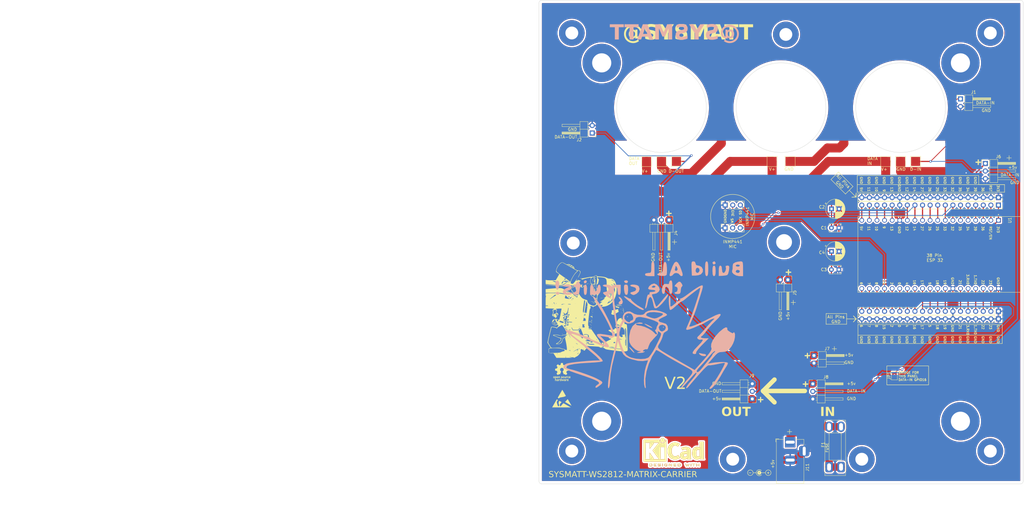
<source format=kicad_pcb>
(kicad_pcb (version 20221018) (generator pcbnew)
  (layers (0 "F.Cu" signal) (31 "B.Cu" signal) (34 "B.Paste" user) (35 "F.Paste" user) (36 "B.SilkS" user "B.Silkscreen") (37 "F.SilkS" user "F.Silkscreen") (38 "B.Mask" user) (39 "F.Mask" user) (44 "Edge.Cuts" user))
  (net 0 "")
  (net 1 "GND")
  (net 2 "/D-OUT")
  (net 3 "/D-IN")
  (net 4 "/V+")
  (net 5 "/3V3")
  (net 6 "Net-(J3-Pin_2)")
  (net 7 "Net-(J3-Pin_3)")
  (net 8 "Net-(J3-Pin_4)")
  (net 9 "Net-(J3-Pin_5)")
  (net 10 "Net-(J3-Pin_6)")
  (net 11 "Net-(J3-Pin_8)")
  (net 12 "Net-(J3-Pin_9)")
  (net 13 "Net-(J3-Pin_10)")
  (net 14 "Net-(J3-Pin_11)")
  (net 15 "/INMP441-SCK")
  (net 16 "Net-(J3-Pin_13)")
  (net 17 "Net-(J3-Pin_15)")
  (net 18 "Net-(J3-Pin_16)")
  (net 19 "Net-(J3-Pin_17)")
  (net 20 "Net-(J3-Pin_18)")
  (net 21 "Net-(J12-Pin_2)")
  (net 22 "Net-(J12-Pin_3)")
  (net 23 "Net-(J12-Pin_4)")
  (net 24 "Net-(J12-Pin_5)")
  (net 25 "Net-(J12-Pin_6)")
  (net 26 "Net-(J12-Pin_8)")
  (net 27 "Net-(J12-Pin_9)")
  (net 28 "Net-(J12-Pin_10)")
  (net 29 "Net-(J12-Pin_11)")
  (net 30 "/IO16")
  (net 31 "Net-(J12-Pin_13)")
  (net 32 "Net-(J12-Pin_14)")
  (net 33 "Net-(J12-Pin_15)")
  (net 34 "/INMP441-WS")
  (net 35 "Net-(J12-Pin_17)")
  (net 36 "Net-(J12-Pin_18)")
  (net 37 "Net-(J12-Pin_19)")
  (net 38 "/INMP441-SD")
  (net 39 "/V+PREFUSE")
  (footprint "Connector_PinSocket_2.54mm:PinSocket_1x19_P2.54mm_Vertical" (layer "F.Cu") (at 172.72 85.09 -90)
    (fp_text reference "J13" hide)
    (fp_text value "Conn_01x19_Pin")
  )
  (footprint "Capacitor_THT:C_Disc_D3.8mm_W2.6mm_P2.50mm" (layer "F.Cu") (at 116.84 95.25)
    (fp_text reference "C1")
    (fp_text value "C")
  )
  (footprint "MountingHole:MountingHole_6.4mm_M6_Pad" (layer "F.Cu") (at 160 40)
    (fp_text reference "REF**" hide)
    (fp_text value "MountingHole_6.4mm_M6_Pad")
  )
  (footprint "MountingHole:MountingHole_4.3mm_M4_Pad" (layer "F.Cu") (at 101.6 30.48)
    (fp_text reference "REF**" hide)
    (fp_text value "MountingHole_4.3mm_M4_Pad")
  )
  (footprint "Symbol:Symbol_Barrel_Polarity" (layer "F.Cu") (at 92.71 177.165)
    (fp_text reference "REF**" hide)
    (fp_text value "Symbol_Barrel_Polarity")
  )
  (footprint "TestPoint:TestPoint_Pad_3.0x3.0mm" (layer "F.Cu") (at 55 73)
    (fp_text reference "TP1" hide)
    (fp_text value "V+")
  )
  (footprint "Symbol:OSHW-Logo_5.7x6mm_SilkScreen" (layer "F.Cu") (at 26.67 143.51)
    (fp_text reference "REF**" hide)
    (fp_text value "OSHW-Logo_5.7x6mm_SilkScreen" hide)
  )
  (footprint "Connector_PinHeader_2.54mm:PinHeader_1x02_P2.54mm_Horizontal" (layer "F.Cu") (at 160.02 52.07)
    (fp_text reference "J1")
    (fp_text value "D-IN (NO POWER)")
  )
  (footprint "lib:MODULE_ESP32-DEVKITC-32D-CORRECTED-WIDTH-NARROW" (layer "F.Cu") (at 152.96 105.41 -90)
    (fp_text reference "U1")
    (fp_text value "ESP32-DEVKITC-32D")
  )
  (footprint "Connector_PinSocket_2.54mm:PinSocket_1x03_P2.54mm_Vertical" (layer "F.Cu") (at 81.265 95.275 90)
    (fp_text reference "J16" hide)
    (fp_text value "INMP441-LR-WS-SCK" hide)
  )
  (footprint "TestPoint:TestPoint_Pad_3.0x3.0mm" (layer "F.Cu") (at 135 73)
    (fp_text reference "TP6" hide)
    (fp_text value "V+")
  )
  (footprint "Capacitor_THT:CP_Radial_D6.3mm_P2.50mm" (layer "F.Cu") (at 116.88 103.124)
    (fp_text reference "C4")
    (fp_text value "C_Polarized" hide)
  )
  (footprint "Connector_BarrelJack:BarrelJack_Horizontal" (layer "F.Cu") (at 103.0425 167 90)
    (fp_text reference "J11")
    (fp_text value "V-IN")
  )
  (footprint "Connector_PinSocket_2.54mm:PinSocket_1x03_P2.54mm_Vertical" (layer "F.Cu") (at 81.295 87.605 90)
    (fp_text reference "J15" hide)
    (fp_text value "INMP441-GND-VDD-SD" hide)
  )
  (footprint "Connector_PinHeader_2.54mm:PinHeader_1x02_P2.54mm_Horizontal" (layer "F.Cu") (at 111 138)
    (fp_text reference "J7")
    (fp_text value "POWER")
  )
  (footprint "Connector_PinHeader_2.54mm:PinHeader_1x03_P2.54mm_Horizontal" (layer "F.Cu") (at 168.345 73.675)
    (fp_text reference "J6")
    (fp_text value "D-IN")
  )
  (footprint "TestPoint:TestPoint_Pad_3.0x3.0mm" (layer "F.Cu") (at 103 73)
    (fp_text reference "TP5" hide)
    (fp_text value "GND")
  )
  (footprint "Jumper:SolderJumper-2_P1.3mm_Open_TrianglePad1.0x1.5mm" (layer "F.Cu") (at 137.922 144.742999 90)
    (fp_text reference "JP1")
    (fp_text value "Jumper_2_Open")
  )
  (footprint "Connector_PinSocket_2.54mm:PinSocket_1x19_P2.54mm_Vertical" (layer "F.Cu") (at 172.719999 125.73 -90)
    (fp_text reference "J14" hide)
    (fp_text value "Conn_01x19_Pin" hide)
  )
  (footprint "Connector_PinHeader_2.54mm:PinHeader_1x03_P2.54mm_Horizontal" (layer "F.Cu") (at 90.375 152.525 180)
    (fp_text reference "J9")
    (fp_text value "D-OUT")
  )
  (footprint "Connector_PinHeader_2.54mm:PinHeader_1x03_P2.54mm_Horizontal" (layer "F.Cu") (at 62.525 92.625 -90)
    (fp_text reference "J4")
    (fp_text value "D-OUT")
  )
  (footprint "Capacitor_THT:CP_Radial_D6.3mm_P2.50mm" (layer "F.Cu") (at 116.88 88.9)
    (fp_text reference "C2")
    (fp_text value "C_Polarized" hide)
  )
  (footprint "MountingHole:MountingHole_6.4mm_M6_Pad" (layer "F.Cu") (at 40 40)
    (fp_text reference "REF**" hide)
    (fp_text value "MountingHole_6.4mm_M6_Pad")
  )
  (footprint "MountingHole:MountingHole_4.3mm_M4_Pad" (layer "F.Cu") (at 170 170)
    (fp_text reference "REF**" hide)
    (fp_text value "MountingHole_4.3mm_M4_Pad")
  )
  (footprint "SSYMATT-LIB7:Ebay-Fuse-holder-04mmX15mm-black-auto-fuse-dingus" (layer "F.Cu") (at 116.06 175.335 90)
    (fp_text reference "F1")
    (fp_text value "Fuse")
  )
  (footprint "MountingHole:MountingHole_4.3mm_M4_Pad" (layer "F.Cu") (at 83.82 172.72)
    (fp_text reference "REF**" hide)
    (fp_text value "MountingHole_4.3mm_M4_Pad")
  )
  (footprint "Connector_PinHeader_2.54mm:PinHeader_1x02_P2.54mm_Horizontal" (layer "F.Cu") (at 102.275 112.625 -90)
    (fp_text reference "J5")
    (fp_text value "POWER")
  )
  (footprint "Connector_PinHeader_2.54mm:PinHeader_1x02_P2.54mm_Horizontal" (layer "F.Cu") (at 36.83 63.5 180)
    (fp_text reference "J2")
    (fp_text value "D-OUT (NO POWER)")
  )
  (footprint "MountingHole:MountingHole_4.3mm_M4_Pad" (layer "F.Cu") (at 127 172.72)
    (fp_text reference "REF**" hide)
    (fp_text value "MountingHole_4.3mm_M4_Pad")
  )
  (footprint "MountingHole:MountingHole_4.3mm_M4_Pad" (layer "F.Cu") (at 170 30)
    (fp_text reference "REF**" hide)
    (fp_text value "MountingHole_4.3mm_M4_Pad")
  )
  (footprint "MountingHole:MountingHole_5.3mm_M5_Pad" (layer "F.Cu") (at 101 100)
    (fp_text reference "REF**" hide)
    (fp_text value "MountingHole_5.3mm_M5_Pad")
  )
  (footprint "TestPoint:TestPoint_Pad_3.0x3.0mm" (layer "F.Cu") (at 65 73)
    (fp_text reference "TP2" hide)
    (fp_text value "D-OUT")
  )
  (footprint "Symbol:KiCad-Logo2_8mm_Copper" (layer "F.Cu") (at 64.135 169.545)
    (fp_text reference "REF**" hide)
    (fp_text value "KiCad-Logo2_8mm_Copper" hide)
  )
  (footprint "MountingHole:MountingHole_6.4mm_M6_Pad" (layer "F.Cu") (at 160 160)
    (fp_text reference "REF**" hide)
    (fp_text value "MountingHole_6.4mm_M6_Pad")
  )
  (footprint "Capacitor_THT:C_Disc_D3.8mm_W2.6mm_P2.50mm" (layer "F.Cu") (at 116.84 109.22)
    (fp_text reference "C3")
    (fp_text value "C")
  )
  (footprint "TestPoint:TestPoint_Pad_3.0x3.0mm" (layer "F.Cu") (at 97 73)
    (fp_text reference "TP4" hide)
    (fp_text value "V+")
  )
  (footprint "Connector_PinSocket_2.54mm:PinSocket_1x19_P2.54mm_Vertical" (layer "F.Cu") (at 172.72 123.19 -90)
    (fp_text reference "J12" hide)
    (fp_text value "Conn_01x19_Pin" hide)
  )
  (footprint "MountingHole:MountingHole_4.3mm_M4_Pad" (layer "F.Cu") (at 30 170)
    (fp_text reference "REF**" hide)
    (fp_text value "MountingHole_4.3mm_M4_Pad")
  )
  (footprint "00-SYSMATT-LIB-IMAGES:sysmatt-dumpster-fire-fsilk" (layer "F.Cu") (at 38.1 121.92 -90)
    (fp_text reference "G***" hide)
    (fp_text value "." hide)
  )
  (footprint "Symbol:ESD-Logo_6.6x6mm_SilkScreen" (layer "F.Cu") (at 26.67 152.4)
    (fp_text reference "REF**" hide)
    (fp_text value "ESD-Logo_6.6x6mm_SilkScreen" hide)
  )
  (footprint "TestPoint:TestPoint_Pad_3.0x3.0mm" (layer "F.Cu") (at 60 73)
    (fp_text reference "TP3" hide)
    (fp_text value "GND")
  )
  (footprint "TestPoint:TestPoint_Pad_3.0x3.0mm" (layer "F.Cu") (at 140 73)
    (fp_text reference "TP8" hide)
    (fp_text value "GND")
  )
  (footprint "MountingHole:MountingHole_4.3mm_M4_Pad" (layer "F.Cu") (at 30 30)
    (fp_text reference "REF**" hide)
    (fp_text value "MountingHole_4.3mm_M4_Pad")
  )
  (footprint "Connector_PinSocket_2.54mm:PinSocket_1x19_P2.54mm_Vertical" (layer "F.Cu") (at 172.72 87.63 -90)
    (fp_text reference "J3" hide)
    (fp_text value "Conn_01x19_Pin")
  )
  (footprint "MountingHole:MountingHole_4.3mm_M4_Pad" (layer "F.Cu") (at 30.48 100.33)
    (fp_text reference "REF**" hide)
    (fp_text value "MountingHole_4.3mm_M4_Pad")
  )
  (footprint "Symbol:KiCad-Logo2_8mm_SilkScreen" (layer "F.Cu") (at 64.135 169.545)
    (fp_text reference "REF**" hide)
    (fp_text value "KiCad-Logo2_8mm_SilkScreen" hide)
  )
  (footprint "TestPoint:TestPoint_Pad_3.0x3.0mm" (layer "F.Cu") (at 145 73)
    (fp_text reference "TP7" hide)
    (fp_text value "D-IN")
  )
  (footprint "Connector_PinHeader_2.54mm:PinHeader_1x03_P2.54mm_Horizontal" (layer "F.Cu") (at 110.625 147.475)
    (fp_text reference "J8")
    (fp_text value "D-IN")
  )
  (footprint "MountingHole:MountingHole_6.4mm_M6_Pad" (layer "F.Cu") (at 40 160)
    (fp_text reference "REF**" hide)
    (fp_text value "MountingHole_6.4mm_M6_Pad")
  )
  (footprint "SYSMATT-LIB:BUILD-ALL-THE-CIRCUITS-SM" (layer "B.Cu") (at 55.88 124.46 180)
    (fp_text reference "G***" hide)
    (fp_text value "LOGO" hide)
  )
  (gr_line (start 125.134841 83.550592) (end 124.955236 84.807828) (stroke (width 0.15)) (layer "F.SilkS"))
  (gr_line (start 124.206 126.746) (end 124.968 125.73) (stroke (width 0.15)) (layer "F.SilkS"))
  (gr_line (start 115.062 123.952) (end 121.92 123.952) (stroke (width 0.15)) (layer "F.SilkS"))
  (gr_rect (start 135.382 141.478) (end 149.352 147.828) (stroke (width 0.15)) (fill none) (layer "F.SilkS"))
  (gr_line (start 121.92 125.73) (end 125.222 125.73) (stroke (width 0.15)) (layer "F.SilkS"))
  (gr_line (start 173.99 133.985) (end 173.99 127.635) (stroke (width 0.15)) (layer "F.SilkS"))
  (gr_line (start 123.698 84.987433) (end 124.955236 84.807828) (stroke (width 0.15)) (layer "F.SilkS"))
  (gr_line (start 125.73 131.191) (end 173.99 131.191) (stroke (width 0.15)) (layer "F.SilkS"))
  (gr_line (start 174.752 83.312) (end 174.752 80.772) (stroke (width 0.15)) (layer "F.SilkS"))
  (gr_line (start 116.6934 79.060464) (end 119.207872 76.545992) (stroke (width 0.15)) (layer "F.SilkS"))
  (gr_line (start 125.73 127.635) (end 125.73 133.985) (stroke (width 0.15)) (layer "F.SilkS"))
  (gr_line (start 124.05721 81.395331) (end 121.542739 83.909802) (stroke (width 0.15)) (layer "F.SilkS"))
  (gr_line (start 121.92 127.508) (end 115.062 127.508) (stroke (width 0.15)) (layer "F.SilkS"))
  (gr_line (start 93.98 149.86) (end 97.79 153.67) (stroke (width 1.5)) (layer "F.SilkS"))
  (gr_line (start 125.222 125.73) (end 124.206 124.714) (stroke (width 0.15)) (layer "F.SilkS"))
  (gr_line (start 125.476 77.724) (end 125.476 83.312) (stroke (width 0.15)) (layer "F.SilkS"))
  (gr_line (start 166.116 77.724) (end 125.476 77.724) (stroke (width 0.15)) (layer "F.SilkS"))
  (gr_line (start 121.92 123.952) (end 121.92 127.508) (stroke (width 0.15)) (layer "F.SilkS"))
  (gr_line (start 174.752 80.772) (end 166.116 80.772) (stroke (width 0.15)) (layer "F.SilkS"))
  (gr_line (start 125.476 83.312) (end 174.752 83.312) (stroke (width 0.15)) (layer "F.SilkS"))
  (gr_line (start 122.799974 82.652566) (end 125.134841 84.987433) (stroke (width 0.15)) (layer "F.SilkS"))
  (gr_line (start 124.206 124.714) (end 124.968 125.73) (stroke (width 0.15)) (layer "F.SilkS"))
  (gr_line (start 125.134841 84.987433) (end 123.698 84.987433) (stroke (width 0.15)) (layer "F.SilkS"))
  (gr_line (start 125.222 125.73) (end 124.206 126.746) (stroke (width 0.15)) (layer "F.SilkS"))
  (gr_circle (center 83.82 91.44) (end 90.932 89.408) (stroke (width 0.15)) (fill none) (layer "F.SilkS"))
  (gr_line (start 119.207872 76.545992) (end 124.05721 81.395331) (stroke (width 0.15)) (layer "F.SilkS"))
  (gr_line (start 166.116 80.772) (end 166.116 77.724) (stroke (width 0.15)) (layer "F.SilkS"))
  (gr_line (start 125.73 133.985) (end 173.99 133.985) (stroke (width 0.15)) (layer "F.SilkS"))
  (gr_line (start 97.79 146.05) (end 93.98 149.86) (stroke (width 0.15)) (layer "F.SilkS"))
  (gr_line (start 115.062 127.508) (end 115.062 123.952) (stroke (width 0.15)) (layer "F.SilkS"))
  (gr_line (start 121.542739 83.909802) (end 116.6934 79.060464) (stroke (width 0.15)) (layer "F.SilkS"))
  (gr_line (start 125.476 80.772) (end 174.752 80.772) (stroke (width 0.15)) (layer "F.SilkS"))
  (gr_line (start 173.99 127.635) (end 125.73 127.635) (stroke (width 0.15)) (layer "F.SilkS"))
  (gr_line (start 107.95 149.86) (end 93.98 149.86) (stroke (width 1.5)) (layer "F.SilkS"))
  (gr_line (start 125.134841 84.987433) (end 125.134841 83.550592) (stroke (width 0.15)) (layer "F.SilkS"))
  (gr_line (start 93.98 149.86) (end 97.79 146.05) (stroke (width 1.5)) (layer "F.SilkS"))
  (gr_arc (start 19 20) (mid 19.292893 19.292893) (end 20 19) (stroke (width 0.1)) (layer "Edge.Cuts"))
  (gr_line (start 20 181) (end 180 181) (stroke (width 0.1)) (layer "Edge.Cuts"))
  (gr_arc (start 20 181) (mid 19.292893 180.707107) (end 19 180) (stroke (width 0.1)) (layer "Edge.Cuts"))
  (gr_line (start 181 180) (end 181 20) (stroke (width 0.1)) (layer "Edge.Cuts"))
  (gr_circle (center 60 55) (end 75 55) (stroke (width 0.1)) (fill none) (layer "Edge.Cuts"))
  (gr_circle (center 140 55) (end 155 55) (stroke (width 0.1)) (fill none) (layer "Edge.Cuts"))
  (gr_arc (start 180 19) (mid 180.707107 19.292893) (end 181 20) (stroke (width 0.1)) (layer "Edge.Cuts"))
  (gr_arc (start 181 180) (mid 180.707107 180.707107) (end 180 181) (stroke (width 0.1)) (layer "Edge.Cuts"))
  (gr_line (start 180 19) (end 20 19) (stroke (width 0.1)) (layer "Edge.Cuts"))
  (gr_line (start 19 20) (end 19 180) (stroke (width 0.1)) (layer "Edge.Cuts"))
  (gr_circle (center 100 55) (end 115 55) (stroke (width 0.1)) (fill none) (layer "Edge.Cuts"))
  (gr_text "@SYSMATT" (at 86.36 33.02) (layer "B.SilkS") (effects (font (size 5 5) (thickness 1) bold) (justify left bottom mirror)))
  (gr_text "3V3" (at 84.328 91.44 90) (layer "F.SilkS") (effects (font (size 0.75 0.75)) (justify left bottom)))
  (gr_text "+5v" (at 175.895 75.565) (layer "F.SilkS") (effects (font (size 1 1)) (justify left bottom)))
  (gr_text "+" (at 60.96 91.44) (layer "F.SilkS") (effects (font (size 2 2) (thickness 0.4) bold) (justify left bottom)))
  (gr_text "INMP441\nMIC" (at 90.932 91.44 90) (layer "F.SilkS") (effects (font (size 1 1)) (justify bottom)))
  (gr_text "SCK" (at 86.868 93.726 90) (layer "F.SilkS") (effects (font (size 0.75 0.75)) (justify left bottom)))
  (gr_text "All Pins\nGND" (at 118.364 127.254) (layer "F.SilkS") (effects (font (size 1 1)) (justify bottom)))
  (gr_text "SYSMATT-WS2812-MATRIX-CARRIER" (at 22.225 179.07) (layer "F.SilkS") (effects (font (size 2 2)) (justify left bottom)))
  (gr_text "BRIDGE FOR\nTHIS PANEL \nDATA-IN GPIO16" (at 139.192 146.558) (layer "F.SilkS") (effects (font (size 0.75 0.75)) (justify left bottom)))
  (gr_text "GND" (at 100.33 126.365 90) (layer "F.SilkS") (effects (font (size 1 1)) (justify left bottom)))
  (gr_text "V+    GND" (at 95.885 76.2) (layer "F.SilkS") (effects (font (size 1 1)) (justify left bottom)))
  (gr_text "DATA-OUT" (at 60.325 111.125 90) (layer "F.SilkS") (effects (font (size 1 1)) (justify left bottom)))
  (gr_text "+" (at 102.75 121.25) (layer "F.SilkS") (effects (font (size 2 2)) (justify left bottom)))
  (gr_text "GND" (at 81.788 91.44 90) (layer "F.SilkS") (effects (font (size 0.75 0.75)) (justify left bottom)))
  (gr_text "3V3\n\nRST\n\n36\n\n39\n\n34\n\n35\n\n32\n\n33\n\n25\n\n26\n\n27\n\n14\n\n12\n\nGND\n\n13\n\n9\n\n10\n\n11\n\n5V\n" (at 126.365 83.185 270) (layer "F.SilkS") (effects (font (size 0.79 0.79)) (justify right bottom)))
  (gr_text "@SYSMATT" (at 46.99 33.02) (layer "F.SilkS") (effects (font (size 5 5) (thickness 1) bold) (justify left bottom)))
  (gr_text "DATA-OUT" (at 72.39 150.495) (layer "F.SilkS") (effects (font (size 1 1)) (justify left bottom)))
  (gr_text "+" (at 91.645 153.795) (layer "F.SilkS") (effects (font (size 2 2) (thickness 0.4) bold) (justify left bottom)))
  (gr_text "GND" (at 81.788 93.726 90) (layer "F.SilkS") (effects (font (size 0.75 0.75)) (justify left bottom)))
  (gr_text "GND\n\n23\n\n22\n\n1.TX0\n\n3.RX0\n\n21\n\nGND\n\n19\n\n18\n\n5\n\n17\n\n16\n\n4\n\n0\n\n2\n\n15\n\n8\n\n7\n\n6" (at 126.365 127.635 270) (layer "F.SilkS") (effects (font (size 0.79 0.79)) (justify left bottom)))
  (gr_text "+5v" (at 62.865 106.68 90) (layer "F.SilkS") (effects (font (size 1 1)) (justify left bottom)))
  (gr_text "INMP441\nMIC" (at 83.82 102.108) (layer "F.SilkS") (effects (font (size 1 1)) (justify bottom)))
  (gr_text "+" (at 107.315 139.065) (layer "F.SilkS") (effects (font (size 2 2) (thickness 0.4) bold) (justify left bottom)))
  (gr_text "GND" (at 167.005 56.515) (layer "F.SilkS") (effects (font (size 1 1)) (justify left bottom)))
  (gr_text "+5v" (at 121.92 147.955) (layer "F.SilkS") (effects (font (size 1 1)) (justify left bottom)))
  (gr_text "+" (at 94.996 177.8) (layer "F.SilkS") (effects (font (size 1 1)) (justify left bottom)))
  (gr_text "GND\n\n23\n\n22\n\n1.TX0\n\n3.RX0\n\n21\n\nGND\n\n19\n\n18\n\n5\n\n17\n\n16\n\n4\n\n0\n\n2\n\n15\n\n8\n\n7\n\n6" (at 126.365 114.3 270) (layer "F.SilkS") (effects (font (size 0.79 0.79)) (justify right bottom)))
  (gr_text "DATA-IN" (at 121.92 150.495) (layer "F.SilkS") (effects (font (size 1 1)) (justify left bottom)))
  (gr_text "All Pins\nGND" (at 119.207872 81.215725 -45) (layer "F.SilkS") (effects (font (size 1 1)) (justify bottom)))
  (gr_text "IN" (at 113.03 158.75) (layer "F.SilkS") (effects (font (size 3 3)) (justify left bottom)))
  (gr_text "DATA-OUT" (at 24.13 65.405) (layer "F.SilkS") (effects (font (size 1 1)) (justify left bottom)))
  (gr_text "GND" (at 76.835 147.955) (layer "F.SilkS") (effects (font (size 1 1)) (justify left bottom)))
  (gr_text "DATA-IN" (at 173.355 78.105) (layer "F.SilkS") (effects (font (size 1 1)) (justify left bottom)))
  (gr_text "V+    GND D-OUT" (at 53.34 76.835) (layer "F.SilkS") (effects (font (size 1 1)) (justify left bottom)))
  (gr_text "GND" (at 121.92 153.035) (layer "F.SilkS") (effects (font (size 1 1)) (justify left bottom)))
  (gr_text "GND" (at 57.785 106.68 90) (layer "F.SilkS") (effects (font (size 1 1)) (justify left bottom)))
  (gr_text "+5v" (at 76.835 153.035) (layer "F.SilkS") (effects (font (size 1 1)) (justify left bottom)))
  (gr_text "GND" (at 28.575 62.865) (layer "F.SilkS") (effects (font (size 1 1)) (justify left bottom)))
  (gr_text "+" (at 175.26 70.485 -90) (layer "F.SilkS") (effects (font (size 2 2)) (justify left bottom)))
  (gr_text "+" (at 101.5 164.5) (layer "F.SilkS") (effects (font (size 2 2)) (justify left bottom)))
  (gr_text "V+    GND  D-IN" (at 133.35 76.2) (layer "F.SilkS") (effects (font (size 1 1)) (justify left bottom)))
  (gr_text "+" (at 100.965 111.125) (layer "F.SilkS") (effects (font (size 2 2) (thickness 0.4) bold) (justify left bottom)))
  (gr_text "V2" (at 60.96 149.86) (layer "F.SilkS") (effects (font (size 4 4)) (justify left bottom)))
  (gr_text "GND\n\nGND\n\nGND\n\nGND\n\nGND\n\nGND\n\nGND\n\nGND\n\nGND\n\nGND\n\nGND\n\nGND\n\nGND\n\nGND\n\nGND\n\nGND\n\nGND\n\nGND\n\nGND" (at 126.365 133.985 270) (layer "F.SilkS") (effects (font (size 0.79 0.79)) (justify right bottom)))
  (gr_text "+" (at 116.5 136.75) (layer "F.SilkS") (effects (font (size 2 2)) (justify left bottom)))
  (gr_text "+" (at 63 101) (layer "F.SilkS") (effects (font (size 2 2)) (justify left bottom)))
  (gr_text "GND\n\nGND\n\nGND\n\nGND\n\nGND\n\nGND\n\nGND\n\nGND\n\nGND\n\nGND\n\nGND\n\nGND\n\nGND\n\nGND\n\nGND\n\nGND" (at 126.365 80.645 270) (layer "F.SilkS") (effects (font (size 0.79 0.79)) (justify right bottom)))
  (gr_text "SD" (at 86.868 90.932 90) (layer "F.SilkS") (effects (font (size 0.75 0.75)) (justify left bottom)))
  (gr_text "WS" (at 84.074 93.726 90) (layer "F.SilkS") (effects (font (size 0.75 0.75)) (justify left bottom)))
  (gr_text "+5v" (at 121.1 138.38) (layer "F.SilkS") (effects (font (size 1 1)) (justify left bottom)))
  (gr_text "DATA\nOUT" (at 49 74.25) (layer "F.SilkS") (effects (font (size 1 1)) (justify left bottom)))
  (gr_text "DATA\nIN" (at 128.75 74.25) (layer "F.SilkS") (effects (font (size 1 1)) (justify left bottom)))
  (gr_text "GND" (at 121.1 140.92) (layer "F.SilkS") (effects (font (size 1 1)) (justify left bottom)))
  (gr_text "-" (at 88.9 177.8) (layer "F.SilkS") (effects (font (size 1 1)) (justify left bottom)))
  (gr_text "DATA-IN" (at 165.1 53.975) (layer "F.SilkS") (effects (font (size 1 1)) (justify left bottom)))
  (gr_text "3V3\n\nRST/EN\n\n36\n\n39\n\n34\n\n35\n\n32\n\n33\n\n25\n\n26\n\n27\n\n14\n\n12\n\nGND\n\n13\n\n9\n\n10\n\n11\n\n5V\n" (at 126.365 94.615 270) (layer "F.SilkS") (effects (font (size 0.79 0.79)) (justify left bottom)))
  (gr_text "GND" (at 176.53 80.645) (layer "F.SilkS") (effects (font (size 1 1)) (justify left bottom)))
  (gr_text "+" (at 106.68 148.59) (layer "F.SilkS") (effects (font (size 2 2) (thickness 0.4) bold) (justify left bottom)))
  (gr_text "+5v" (at 97.79 175.895 90) (layer "F.SilkS") (effects (font (size 1 1)) (justify left bottom)))
  (gr_text "+5v" (at 102.87 126.365 90) (layer "F.SilkS") (effects (font (size 1 1)) (justify left bottom)))
  (gr_text "38 Pin \nESP 32 " (at 148.59 106.68) (layer "F.SilkS") (effects (font (size 1 1)) (justify left bottom)))
  (gr_text "+" (at 164.465 74.295) (layer "F.SilkS") (effects (font (size 2 2) (thickness 0.4) bold) (justify left bottom)))
  (gr_text "OUT" (at 80.01 158.75) (layer "F.SilkS") (effects (font (size 3 3)) (justify left bottom)))
  (segment (start 172.72 123.19) (end 172.719999 125.73) (width 0.4) (layer "F.Cu") (net 1))
  (segment (start 90.375 147.445) (end 88.555 147.445) (width 2.5) (layer "F.Cu") (net 1))
  (segment (start 85 37) (end 118 37) (width 3) (layer "F.Cu") (net 1))
  (segment (start 119.50531 68.49469) (end 115.50531 68.49469) (width 3) (layer "F.Cu") (net 1))
  (segment (start 139 22) (end 121 40) (width 3) (layer "F.Cu") (net 1))
  (segment (start 121 67) (end 119.50531 68.49469) (width 3) (layer "F.Cu") (net 1))
  (segment (start 90.375 147.445) (end 68.445 147.445) (width 2.5) (layer "F.Cu") (net 1))
  (segment (start 103.705227 106.95) (end 103.878785 106.95) (width 2.5) (layer "F.Cu") (net 1))
  (segment (start 127 85.09) (end 120.65 85.09) (width 0.4) (layer "F.Cu") (net 1))
  (segment (start 84 152) (end 84 162) (width 2.5) (layer "F.Cu") (net 1))
  (segment (start 23 23) (end 23 44) (width 2.5) (layer "F.Cu") (net 1))
  (segment (start 170.768125 22) (end 139 22) (width 3) (layer "F.Cu") (net 1))
  (segment (start 168.345 78.755) (end 171.435 78.755) (width 0.25) (layer "F.Cu") (net 1))
  (segment (start 169.07 66.2) (end 167.8 66.2) (width 0.25) (layer "F.Cu") (net 1))
  (segment (start 36.83 60.96) (end 42 60.96) (width 0.25) (layer "F.Cu") (net 1))
  (segment (start 121 40) (end 121 67) (width 3) (layer "F.Cu") (net 1))
  (segment (start 68.445 147.445) (end 57.445 136.445) (width 2.5) (layer "F.Cu") (net 1))
  (segment (start 60 73) (end 60 74.8) (width 3) (layer "F.Cu") (net 1))
  (segment (start 160.18 75.09) (end 158.91 75.09) (width 0.25) (layer "F.Cu") (net 1))
  (segment (start 157.48 123.19) (end 157.479999 125.73) (width 0.4) (layer "F.Cu") (net 1))
  (segment (start 27 50) (end 42 50) (width 2.5) (layer "F.Cu") (net 1))
  (segment (start 172.72 85.09) (end 127 85.09) (width 0.4) (layer "F.Cu") (net 1))
  (segment (start 119.34 103.084) (end 119.38 103.124) (width 0.4) (layer "F.Cu") (net 1))
  (segment (start 177.8 87.63) (end 177.8 123.19) (width 0.4) (layer "F.Cu") (net 1))
  (segment (start 118 37) (end 121 40) (width 3) (layer "F.Cu") (net 1))
  (segment (start 99.335 111.320227) (end 99.335 112.625) (width 2.5) (layer "F.Cu") (net 1))
  (segment (start 139.7 85.09) (end 139.7 87.63) (width 0.25) (layer "F.Cu") (net 1))
  (segment (start 115.50531 68.49469) (end 111 73) (width 3) (layer "F.Cu") (net 1))
  (segment (start 57.445 136.445) (end 57.445 92.625) (width 2.5) (layer "F.Cu") (net 1))
  (segment (start 80 67) (end 80 42) (width 3) (layer "F.Cu") (net 1))
  (segment (start 62.2 77) (end 70 77) (width 3) (layer "F.Cu") (net 1))
  (segment (start 172.72 77.47) (end 172.72 69.85) (width 0.25) (layer "F.Cu") (net 1))
  (segment (start 140 76.4) (end 157.6 76.4) (width 3) (layer "F.Cu") (net 1))
  (segment (start 177.8 123.19) (end 175.26 125.73) (width 0.4) (layer "F.Cu") (net 1))
  (segment (start 32 23) (end 23 23) (width 2.5) (layer "F.Cu") (net 1))
  (segment (start 119.38 88.9) (end 119.38 95.21) (width 0.4) (layer "F.Cu") (net 1))
  (segment (start 23 44) (end 22 45) (width 2.5) (layer "F.Cu") (net 1))
  (segment (start 57 35) (end 55 33) (width 2.5) (layer "F.Cu") (net 1))
  (segment (start 49 33) (end 40 24) (width 2.5) (layer "F.Cu") (net 1))
  (segment (start 158.91 75.09) (end 165.26 68.74) (width 3) (layer "F.Cu") (net 1))
  (segment (start 95 173) (end 103.0425 173) (width 2.5) (layer "F.Cu") (net 1))
  (segment (start 161.925 76.835) (end 160.18 75.09) (width 0.25) (layer "F.Cu") (net 1))
  (segment (start 84 162) (end 95 173) (width 2.5) (layer "F.Cu") (net 1))
  (segment (start 111 73) (end 103 73) (width 3) (layer "F.Cu") (net 1))
  (segment (start 119.34 95.25) (end 119.34 103.084) (width 0.4) (layer "F.Cu") (net 1))
  (segment (start 118.81 121.881215) (end 118.81 141.19) (width 2.5) (layer "F.Cu") (net 1))
  (segment (start 42 77.18) (end 42 60.96) (width 2.5) (layer "F.Cu") (net 1))
  (segment (start 167.8 66.2) (end 176.2 57.8) (width 3) (layer "F.Cu") (net 1))
  (segment (start 140 73) (end 140 76.4) (width 3) (layer "F.Cu") (net 1))
  (segment (start 83 35) (end 85 37) (width 2.5) (layer "F.Cu") (net 1))
  (segment (start 42 60.96) (end 42 50) (width 2.5) (layer "F.Cu") (net 1))
  (segment (start 119.38 103.124) (end 119.38 109.18) (width 0.4) (layer "F.Cu") (net 1))
  (segment (start 22 45) (end 27 50) (width 2.5) (layer "F.Cu") (net 1))
  (segment (start 118.81 150.19) (end 116 153) (width 3) (layer "F.Cu") (net 1))
  (segment (start 160.02 64.135) (end 164.625 68.74) (width 0.25) (layer "F.Cu") (net 1))
  (segment (start 172.72 69.85) (end 169.07 66.2) (width 0.25) (layer "F.Cu") (net 1))
  (segment (start 57 35) (end 83 35) (width 2.5) (layer "F.Cu") (net 1))
  (segment (start 70 77) (end 80 67) (width 3) (layer "F.Cu") (net 1))
  (segment (start 55 33) (end 49 33) (width 2.5) (layer "F.Cu") (net 1))
  (segment (start 40 24) (end 33 24) (width 2.5) (layer "F.Cu") (net 1))
  (segment (start 172.72 85.09) (end 175.26 85.09) (width 0.4) (layer "F.Cu") (net 1))
  (segment (start 175.26 125.73) (end 172.719999 125.73) (width 0.4) (layer "F.Cu") (net 1))
  (segment (start 172.719999 125.73) (end 126.999999 125.73) (width 0.4) (layer "F.Cu") (net 1))
  (segment (start 88.555 147.445) (end 84 152) (width 2.5) (layer "F.Cu") (net 1))
  (segment (start 157.48 115.57) (end 157.48 123.19) (width 0.4) (layer "F.Cu") (net 1))
  (segment (start 115.765 152.765) (end 110.625 152.765) (width 3) (layer "F.Cu") (net 1))
  (segment (start 80 42) (end 85 37) (width 3) (layer "F.Cu") (net 1))
  (segment (start 160.02 54.61) (end 160.02 64.135) (width 0.25) (layer "F.Cu") (net 1))
  (segment (start 176.2 27.431875) (end 170.768125 22) (width 3) (layer "F.Cu") (net 1))
  (segment (start 104.7425 173) (end 107.7425 170) (width 2.5) (layer "F.Cu") (net 1))
  (segment (start 119.38 86.36) (end 119.38 88.9) (width 0.4) (layer "F.Cu") (net 1))
  (segment (start 157.6 76.4) (end 158.91 75.09) (width 3) (layer "F.Cu") (net 1))
  (segment (start 103.705227 106.95) (end 99.335 111.320227) (width 2.5) (layer "F.Cu") (net 1))
  (segment (start 165.26 68.74) (end 167.8 66.2) (width 3) (layer "F.Cu") (net 1))
  (segment (start 175.26 85.09) (end 177.8 87.63) (width 0.4) (layer "F.Cu") (net 1))
  (segment (start 118.81 141.19) (end 118.81 150.19) (width 3) (layer "F.Cu") (net 1))
  (segment (start 120.65 85.09) (end 119.38 86.36) (width 0.4) (layer "F.Cu") (net 1))
  (segment (start 103.878785 106.95) (end 118.81 121.881215) (width 2.5) (layer "F.Cu") (net 1))
  (segment (start 57.445 92.625) (end 42 77.18) (width 2.5) (layer "F.Cu") (net 1))
  (segment (start 119.38 109.18) (end 119.34 109.22) (width 0.4) (layer "F.Cu") (net 1))
  (segment (start 176.2 57.8) (end 176.2 27.431875) (width 3) (layer "F.Cu") (net 1))
  (segment (start 103.0425 173) (end 104.7425 173) (width 2.5) (layer "F.Cu") (net 1))
  (segment (start 139.7 87.63) (end 139.7 92.71) (width 0.4) (layer "F.Cu") (net 1))
  (segment (start 33 24) (end 32 23) (width 2.5) (layer "F.Cu") (net 1))
  (segment (start 60 74.8) (end 62.2 77) (width 3) (layer "F.Cu") (net 1))
  (segment (start 116 153) (end 115.765 152.765) (width 3) (layer "F.Cu") (net 1))
  (segment (start 172.72 115.57) (end 172.72 123.19) (width 0.4) (layer "F.Cu") (net 1))
  (segment (start 171.435 78.755) (end 172.72 77.47) (width 0.25) (layer "F.Cu") (net 1))
  (segment (start 118.81 141.19) (end 111 141.19) (width 3) (layer "F.Cu") (net 1))
  (segment (start 119.38 95.21) (end 119.34 95.25) (width 0.4) (layer "F.Cu") (net 1))
  (segment (start 164.625 68.74) (end 165.26 68.74) (width 0.25) (layer "F.Cu") (net 1))
  (via (at 161.925 76.835) (size 0.8) (drill 0.4) (layers "F.Cu" "B.Cu") (net 1))
  (segment (start 76.445 147.445) (end 90.375 147.445) (width 2.5) (layer "B.Cu") (net 1))
  (segment (start 112.065 141.605) (end 111 140.54) (width 0.4) (layer "B.Cu") (net 1))
  (segment (start 110.625 152.555) (end 110.625 167.1175) (width 2.5) (layer "B.Cu") (net 1))
  (segment (start 119.34 140.375) (end 118.11 141.605) (width 0.4) (layer "B.Cu") (net 1))
  (segment (start 82.55 82.55) (end 81.295 83.805) (width 0.25) (layer "B.Cu") (net 1))
  (segment (start 163.845 78.755) (end 161.925 76.835) (width 0.25) (layer "B.Cu") (net 1))
  (segment (start 96.52 82.55) (end 99.06 85.09) (width 0.25) (layer "B.Cu") (net 1))
  (segment (start 81.295 83.805) (end 81.295 87.605) (width 0.25) (layer "B.Cu") (net 1))
  (segment (start 110.625 167.1175) (end 107.7425 170) (width 2.5) (layer "B.Cu") (net 1))
  (segment (start 81.295 87.605) (end 81.295 95.245) (width 0.25) (layer "B.Cu") (net 1))
  (segment (start 82.55 82.55) (end 96.52 82.55) (width 0.25) (layer "B.Cu") (net 1))
  (segment (start 119.34 109.22) (end 119.34 140.375) (width 0.4) (layer "B.Cu") (net 1))
  (segment (start 168.345 78.755) (end 163.845 78.755) (width 0.25) (layer "B.Cu") (net 1))
  (segment (start 57.445 92.625) (end 57.445 128.445) (width 2.5) (layer "B.Cu") (net 1))
  (segment (start 99.06 85.09) (end 115.57 85.09) (width 0.25) (layer "B.Cu") (net 1))
  (segment (start 81.295 95.245) (end 81.265 95.275) (width 0.25) (layer "B.Cu") (net 1))
  (segment (start 57.445 128.445) (end 76.445 147.445) (width 2.5) (layer "B.Cu") (net 1))
  (segment (start 118.11 141.605) (end 112.065 141.605) (width 0.4) (layer "B.Cu") (net 1))
  (segment (start 115.57 85.09) (end 119.38 88.9) (width 0.25) (layer "B.Cu") (net 1))
  (segment (start 65 73) (end 68 73) (width 0.4) (layer "F.Cu") (net 2))
  (segment (start 68 73) (end 70 71) (width 0.4) (layer "F.Cu") (net 2))
  (via (at 70 71) (size 0.8) (drill 0.4) (layers "F.Cu" "B.Cu") (net 2))
  (segment (start 59.985 92.625) (end 59.985 114.438705) (width 0.4) (layer "B.Cu") (net 2))
  (segment (start 70 71) (end 59.985 81.015) (width 0.4) (layer "B.Cu") (net 2))
  (segment (start 92.225 149.337081) (end 91.577081 149.985) (width 0.4) (layer "B.Cu") (net 2))
  (segment (start 36.83 63.5) (end 41.275 63.5) (width 0.25) (layer "B.Cu") (net 2))
  (segment (start 92.225 146.678705) (end 92.225 149.337081) (width 0.4) (layer "B.Cu") (net 2))
  (segment (start 41.275 63.5) (end 48.895 71.12) (width 0.25) (layer "B.Cu") (net 2))
  (segment (start 59.985 114.438705) (end 92.225 146.678705) (width 0.4) (layer "B.Cu") (net 2))
  (segment (start 69.88 71.12) (end 70 71) (width 0.25) (layer "B.Cu") (net 2))
  (segment (start 59.985 81.015) (end 59.985 92.625) (width 0.4) (layer "B.Cu") (net 2))
  (segment (start 48.895 71.12) (end 69.88 71.12) (width 0.25) (layer "B.Cu") (net 2))
  (segment (start 91.577081 149.985) (end 90.375 149.985) (width 0.4) (layer "B.Cu") (net 2))
  (segment (start 131.445 146.05) (end 132.027001 145.467999) (width 0.4) (layer "F.Cu") (net 3))
  (segment (start 157.48 53.51) (end 157.48 65.52) (width 0.25) (layer "F.Cu") (net 3))
  (segment (start 157.48 65.52) (end 150 73) (width 0.25) (layer "F.Cu") (net 3))
  (segment (start 158.92 52.07) (end 157.48 53.51) (width 0.25) (layer "F.Cu") (net 3))
  (segment (start 150 73) (end 145 73) (width 0.4) (layer "F.Cu") (net 3))
  (segment (start 132.027001 145.467999) (end 137.922 145.467999) (width 0.4) (layer "F.Cu") (net 3))
  (segment (start 160.02 52.07) (end 158.92 52.07) (width 0.25) (layer "F.Cu") (net 3))
  (via (at 131.445 146.05) (size 0.8) (drill 0.4) (layers "F.Cu" "B.Cu") (net 3))
  (via (at 150 73) (size 0.8) (drill 0.4) (layers "F.Cu" "B.Cu") (net 3))
  (segment (start 133.985 143.51) (end 131.445 146.05) (width 0.4) (layer "B.Cu") (net 3))
  (segment (start 151.765 133.35) (end 141.367 143.748) (width 0.4) (layer "B.Cu") (net 3))
  (segment (start 110.625 150.015) (end 127.48 150.015) (width 0.4) (layer "B.Cu") (net 3))
  (segment (start 175.26 76.2) (end 179.07 80.01) (width 0.4) (layer "B.Cu") (net 3))
  (segment (start 168.345 76.215) (end 175.245 76.215) (width 0.4) (layer "B.Cu") (net 3))
  (segment (start 127.48 150.015) (end 131.445 146.05) (width 0.4) (layer "B.Cu") (net 3))
  (segment (start 150 73) (end 160.63 73) (width 0.25) (layer "B.Cu") (net 3))
  (segment (start 179.07 125.73) (end 171.45 133.35) (width 0.4) (layer "B.Cu") (net 3))
  (segment (start 141.367 143.748) (end 134.223 143.748) (width 0.4) (layer "B.Cu") (net 3))
  (segment (start 134.223 143.748) (end 133.985 143.51) (width 0.4) (layer "B.Cu") (net 3))
  (segment (start 175.245 76.215) (end 175.26 76.2) (width 0.4) (layer "B.Cu") (net 3))
  (segment (start 160.63 73) (end 163.845 76.215) (width 0.25) (layer "B.Cu") (net 3))
  (segment (start 179.07 80.01) (end 179.07 125.73) (width 0.4) (layer "B.Cu") (net 3))
  (segment (start 163.845 76.215) (end 168.345 76.215) (width 0.25) (layer "B.Cu") (net 3))
  (segment (start 171.45 133.35) (end 151.765 133.35) (width 0.4) (layer "B.Cu") (net 3))
  (segment (start 111 118.525987) (end 105.099013 112.625) (width 3) (layer "F.Cu") (net 4))
  (segment (start 116.84 86.36) (end 116.88 86.4) (width 0.4) (layer "F.Cu") (net 4))
  (segment (start 100.265 153.605) (end 100.265 148.735) (width 2.5) (layer "F.Cu") (net 4))
  (segment (start 163.52 78.5) (end 135.5 78.5) (width 0.4) (layer "F.Cu") (net 4))
  (segment (start 108 137.79) (end 111 134.79) (width 3) (layer "F.Cu") (net 4))
  (segment (start 116.88 86.4) (end 116.88 88.9) (width 0.4) (layer "F.Cu") (net 4))
  (segment (start 55 79) (end 59 83) (width 3) (layer "F.Cu") (net 4))
  (segment (start 125.2 78) (end 116.84 86.36) (width 0.4) (layer "F.Cu") (net 4))
  (segment (start 100.265 147.265) (end 110.625 147.265) (width 3) (layer "F.Cu") (net 4))
  (segment (start 100.265 147.265) (end 100.265 148.735) (width 3) (layer "F.Cu") (net 4))
  (segment (start 91 138) (end 91.21 137.79) (width 3) (layer "F.Cu") (net 4))
  (segment (start 108 137.79) (end 111 137.79) (width 3) (layer "F.Cu") (net 4))
  (segment (start 90 154) (end 90 152.9) (width 3) (layer "F.Cu") (net 4))
  (segment (start 168.345 73.675) (end 163.52 78.5) (width 0.4) (layer "F.Cu") (net 4))
  (segment (start 105.41 158.75) (end 100.265 153.605) (width 2.5) (layer "F.Cu") (net 4))
  (segment (start 67 132) (end 73 138) (width 3) (layer "F.Cu") (net 4))
  (segment (start 90.165 152.735) (end 90.375 152.735) (width 3) (layer "F.Cu") (net 4))
  (segment (start 135 73) (end 115.808326 73) (width 3) (layer "F.Cu") (net 4))
  (segment (start 55 73) (end 55 79) (width 3) (layer "F.Cu") (net 4))
  (segment (start 120.06 161.835) (end 116.06 161.835) (width 2.5) (layer "F.Cu") (net 4))
  (segment (start 135 78) (end 125.2 78) (width 0.4) (layer "F.Cu") (net 4))
  (segment (start 97 73) (end 83 73) (width 3) (layer "F.Cu") (net 4))
  (segment (start 114.845 161.835) (end 111.76 158.75) (width 2.5) (layer "F.Cu") (net 4))
  (segment (start 90 152.9) (end 90.165 152.735) (width 3) (layer "F.Cu") (net 4))
  (segment (start 111.76 158.75) (end 105.41 158.75) (width 2.5) (layer "F.Cu") (net 4))
  (segment (start 67 89) (end 67 132) (width 3) (layer "F.Cu") (net 4))
  (segment (start 111 134.79) (end 111 118.525987) (width 3) (layer "F.Cu") (net 4))
  (segment (start 63.375 92.625) (end 62.735 92.625) (width 3) (layer "F.Cu") (net 4))
  (segment (start 67 89) (end 63.375 92.625) (width 3) (layer "F.Cu") (net 4))
  (segment (start 91 138) (end 100.265 147.265) (width 3) (layer "F.Cu") (net 4))
  (segment (start 135 73) (end 135 78) (width 3) (layer "F.Cu") (net 4))
  (segment (start 105.099013 112.625) (end 102.485 112.625) (width 3) (layer "F.Cu") (net 4))
  (segment (start 91.21 137.79) (end 108 137.79) (width 3) (layer "F.Cu") (net 4))
  (segment (start 116.88 88.9) (end 116.88 95.21) (width 0.4) (layer "F.Cu") (net 4))
  (segment (start 115.808326 73) (end 106.808326 82) (width 3) (layer "F.Cu") (net 4))
  (segment (start 106.808326 82) (end 100 82) (width 3) (layer "F.Cu") (net 4))
  (segment (start 64 83) (end 67 86) (width 3) (layer "F.Cu") (net 4))
  (segment (start 135.5 78.5) (end 135 78) (width 0.4) (layer "F.Cu") (net 4))
  (segment (start 116.06 161.835) (end 114.845 161.835) (width 2.5) (layer "F.Cu") (net 4))
  (segment (start 95 154) (end 90 154) (width 3) (layer "F.Cu") (net 4))
  (segment (start 67 86) (end 67 89) (width 3) (layer "F.Cu") (net 4))
  (segment (start 73 138) (end 91 138) (width 3) (layer "F.Cu") (net 4))
  (segment (start 116.88 95.21) (end 116.84 95.25) (width 0.4) (layer "F.Cu") (net 4))
  (segment (start 97 79) (end 97 73) (width 3) (layer "F.Cu") (net 4))
  (segment (start 59 83) (end 64 83) (width 3) (layer "F.Cu") (net 4))
  (segment (start 100 82) (end 97 79) (width 3) (layer "F.Cu") (net 4))
  (segment (start 100.265 148.735) (end 95 154) (width 3) (layer "F.Cu") (net 4))
  (segment (start 83 73) (end 67 89) (width 3) (layer "F.Cu") (net 4))
  (segment (start 127 87.63) (end 127 92.71) (width 0.4) (layer "F.Cu") (net 4))
  (segment (start 127 92.71) (end 119.38 92.71) (width 0.25) (layer "B.Cu") (net 4))
  (segment (start 119.38 92.71) (end 116.84 95.25) (width 0.25) (layer "B.Cu") (net 4))
  (segment (start 97.79 93.98) (end 106.68 93.98) (width 0.25) (layer "F.Cu") (net 5))
  (segment (start 79.756 90.424) (end 82.296 90.424) (width 0.25) (layer "F.Cu") (net 5))
  (segment (start 91.44 100.33) (end 97.79 93.98) (width 0.25) (layer "F.Cu") (net 5))
  (segment (start 116.88 103.124) (end 116.88 109.18) (width 0.4) (layer "F.Cu") (net 5))
  (segment (start 80.01 100.33) (end 91.44 100.33) (width 0.25) (layer "F.Cu") (net 5))
  (segment (start 83.835 88.885) (end 83.835 87.605) (width 0.25) (layer "F.Cu") (net 5))
  (segment (start 77.47 97.79) (end 77.47 92.71) (width 0.25) (layer "F.Cu") (net 5))
  (segment (start 115.824 103.124) (end 116.88 103.124) (width 0.25) (layer "F.Cu") (net 5))
  (segment (start 152.4 113.03) (end 118.11 113.03) (width 0.4) (layer "F.Cu") (net 5))
  (segment (start 118.11 113.03) (end 116.84 111.76) (width 0.4) (layer "F.Cu") (net 5))
  (segment (start 106.68 93.98) (end 115.824 103.124) (width 0.25) (layer "F.Cu") (net 5))
  (segment (start 77.47 92.71) (end 79.756 90.424) (width 0.25) (layer "F.Cu") (net 5))
  (segment (start 77.47 97.79) (end 80.01 100.33) (width 0.25) (layer "F.Cu") (net 5))
  (segment (start 172.72 87.63) (end 172.72 92.71) (width 0.4) (layer "F.Cu") (net 5))
  (segment (start 82.296 90.424) (end 83.835 88.885) (width 0.25) (layer "F.Cu") (net 5))
  (segment (start 116.88 109.18) (end 116.84 109.22) (width 0.4) (layer "F.Cu") (net 5))
  (segment (start 172.72 92.71) (end 152.4 113.03) (width 0.4) (layer "F.Cu") (net 5))
  (segment (start 116.84 111.76) (end 116.84 109.22) (width 0.4) (layer "F.Cu") (net 5))
  (segment (start 170.18 87.63) (end 170.18 92.71) (width 0.4) (layer "F.Cu") (net 6))
  (segment (start 167.64 87.63) (end 167.64 92.71) (width 0.4) (layer "F.Cu") (net 7))
  (segment (start 165.1 87.63) (end 165.1 92.71) (width 0.4) (layer "F.Cu") (net 8))
  (segment (start 162.56 87.63) (end 162.56 92.71) (width 0.4) (layer "F.Cu") (net 9))
  (segment (start 160.02 87.63) (end 160.02 92.71) (width 0.4) (layer "F.Cu") (net 10))
  (segment (start 154.94 87.63) (end 154.94 92.71) (width 0.4) (layer "F.Cu") (net 11))
  (segment (start 152.4 87.63) (end 152.4 92.71) (width 0.4) (layer "F.Cu") (net 12))
  (segment (start 149.86 87.63) (end 149.86 92.71) (width 0.4) (layer "F.Cu") (net 13))
  (segment (start 147.32 87.63) (end 147.32 92.71) (width 0.4) (layer "F.Cu") (net 14))
  (segment (start 93.98 93.98) (end 97.79 90.17) (width 0.25) (layer "F.Cu") (net 15))
  (segment (start 144.78 87.63) (end 144.78 92.71) (width 0.4) (layer "F.Cu") (net 15))
  (segment (start 97.79 90.17) (end 99.06 90.17) (width 0.25) (layer "F.Cu") (net 15))
  (via (at 93.98 93.98) (size 0.8) (drill 0.4) (layers "F.Cu" "B.Cu") (net 15))
  (via (at 99.06 90.17) (size 0.8) (drill 0.4) (layers "F.Cu" "B.Cu") (net 15))
  (segment (start 92.685 95.275) (end 93.98 93.98) (width 0.25) (layer "B.Cu") (net 15))
  (segment (start 99.06 90.17) (end 99.115 90.225) (width 0.25) (layer "B.Cu") (net 15))
  (segment (start 99.115 90.225) (end 142.185 90.225) (width 0.25) (layer "B.Cu") (net 15))
  (segment (start 86.345 95.275) (end 92.685 95.275) (width 0.25) (layer "B.Cu") (net 15))
  (segment (start 142.185 90.225) (end 144.78 87.63) (width 0.25) (layer "B.Cu") (net 15))
  (segment (start 142.24 87.63) (end 142.24 92.71) (width 0.4) (layer "F.Cu") (net 16))
  (segment (start 137.16 87.63) (end 137.16 92.71) (width 0.4) (layer "F.Cu") (net 17))
  (segment (start 134.62 87.63) (end 134.62 92.71) (width 0.4) (layer "F.Cu") (net 18))
  (segment (start 132.08 87.63) (end 132.08 92.71) (width 0.4) (layer "F.Cu") (net 19))
  (segment (start 129.54 87.63) (end 129.54 92.71) (width 0.4) (layer "F.Cu") (net 20))
  (segment (start 170.18 115.57) (end 170.18 123.19) (width 0.4) (layer "F.Cu") (net 21))
  (segment (start 167.64 115.57) (end 167.64 123.19) (width 0.4) (layer "F.Cu") (net 22))
  (segment (start 165.1 115.57) (end 165.1 123.19) (width 0.4) (layer "F.Cu") (net 23))
  (segment (start 162.56 115.57) (end 162.56 123.19) (width 0.4) (layer "F.Cu") (net 24))
  (segment (start 160.02 115.57) (end 160.02 123.19) (width 0.4) (layer "F.Cu") (net 25))
  (segment (start 154.94 115.57) (end 154.94 123.19) (width 0.4) (layer "F.Cu") (net 26))
  (segment (start 152.4 115.57) (end 152.4 123.19) (width 0.4) (layer "F.Cu") (net 27))
  (segment (start 149.86 115.57) (end 149.86 123.19) (width 0.4) (layer "F.Cu") (net 28))
  (segment (start 147.32 115.57) (end 147.32 123.19) (width 0.4) (layer "F.Cu") (net 29))
  (segment (start 140.462 142.748) (end 139.192 142.748) (width 0.25) (layer "F.Cu") (net 30))
  (segment (start 144.78 115.57) (end 144.78 123.19) (width 0.4) (layer "F.Cu") (net 30))
  (segment (start 139.192 142.748) (end 137.997001 143.942999) (width 0.25) (layer "F.Cu") (net 30))
  (segment (start 137.997001 143.942999) (end 137.922 143.942999) (width 0.25) (layer "F.Cu") (net 30))
  (via (at 140.462 142.748) (size 0.8) (drill 0.4) (layers "F.Cu" "B.Cu") (net 30))
  (segment (start 176.53 120.65) (end 177.8 121.92) (width 0.25) (layer "B.Cu") (net 30))
  (segment (start 177.8 124.46) (end 171.45 130.81) (width 0.25) (layer "B.Cu") (net 30))
  (segment (start 147.32 120.65) (end 176.53 120.65) (width 0.25) (layer "B.Cu") (net 30))
  (segment (start 177.8 121.92) (end 177.8 124.46) (width 0.25) (layer "B.Cu") (net 30))
  (segment (start 140.462 142.748) (end 152.4 130.81) (width 0.25) (layer "B.Cu") (net 30))
  (segment (start 152.4 130.81) (end 171.45 130.81) (width 0.25) (layer "B.Cu") (net 30))
  (segment (start 144.78 123.19) (end 147.32 120.65) (width 0.25) (layer "B.Cu") (net 30))
  (segment (start 142.24 115.57) (end 142.24 123.19) (width 0.4) (layer "F.Cu") (net 31))
  (segment (start 139.7 115.57) (end 139.7 123.19) (width 0.4) (layer "F.Cu") (net 32))
  (segment (start 137.16 115.57) (end 137.16 123.19) (width 0.4) (layer "F.Cu") (net 33))
  (segment (start 134.62 115.57) (end 134.62 123.19) (width 0.4) (layer "F.Cu") (net 34))
  (segment (start 83.805 95.275) (end 86.37 92.71) (width 0.25) (layer "B.Cu") (net 34))
  (segment (start 113.03 99.06) (end 129.54 99.06) (width 0.25) (layer "B.Cu") (net 34))
  (segment (start 106.68 92.71) (end 113.03 99.06) (width 0.25) (layer "B.Cu") (net 34))
  (segment (start 129.54 99.06) (end 134.62 104.14) (width 0.25) (layer "B.Cu") (net 34))
  (segment (start 134.62 104.14) (end 134.62 115.57) (width 0.25) (layer "B.Cu") (net 34))
  (segment (start 86.37 92.71) (end 106.68 92.71) (width 0.25) (layer "B.Cu") (net 34))
  (segment (start 132.08 123.19) (end 132.08 115.57) (width 0.4) (layer "F.Cu") (net 35))
  (segment (start 129.54 123.19) (end 129.54 115.57) (width 0.4) (layer "F.Cu") (net 36))
  (segment (start 127 123.19) (end 127 115.57) (width 0.4) (layer "F.Cu") (net 37))
  (segment (start 157.48 87.63) (end 157.48 92.71) (width 0.4) (layer "F.Cu") (net 38))
  (segment (start 89.865 91.095) (end 86.375 87.605) (width 0.25) (layer "B.Cu") (net 38))
  (segment (start 154.015 91.095) (end 89.865 91.095) (width 0.25) (layer "B.Cu") (net 38))
  (segment (start 157.48 87.63) (end 154.015 91.095) (width 0.25) (layer "B.Cu") (net 38))
  (segment (start 104.14 163.83) (end 110.49 163.83) (width 2.5) (layer "F.Cu") (net 39))
  (segment (start 103.0425 167) (end 103.0425 164.9275) (width 2.5) (layer "F.Cu") (net 39))
  (segment (start 116.06 175.335) (end 120.06 175.335) (width 2.5) (layer "F.Cu") (net 39))
  (segment (start 116.06 169.4) (end 116.06 175.335) (width 2.5) (layer "F.Cu") (net 39))
  (segment (start 110.49 163.83) (end 116.06 169.4) (width 2.5) (layer "F.Cu") (net 39))
  (segment (start 103.0425 164.9275) (end 104.14 163.83) (width 2.5) (layer "F.Cu") (net 39))
  (zone (net 1) (net_name "GND") (layers "F&B.Cu") (connect_pads (clearance 0.5)) (min_thickness 0.25) (fill yes (thermal_gap 0.5) (thermal_bridge_width 0.5))
    (polygon (pts (xy 20 20) (xy 180 20) (xy 180 180) (xy 20 180)))
  )
  (zone (net 0) (net_name "") (layers "F&B.Cu" "F.SilkS") (connect_pads (clearance 0)) (min_thickness 0.25)
    (keepout (tracks allowed) (vias allowed) (pads allowed) (copperpour not_allowed) (footprints allowed))
    (fill (thermal_gap 0.5) (thermal_bridge_width 0.5))
    (polygon (pts (xy 44.45 66.04) (xy 154.94 66.04) (xy 154.94 77.47) (xy 44.45 77.47)))
  )
  (zone (net 0) (net_name "") (layers "B.Cu" "F.SilkS") (connect_pads (clearance 0)) (min_thickness 0.25)
    (keepout (tracks not_allowed) (vias not_allowed) (pads not_allowed) (copperpour not_allowed) (footprints allowed))
    (fill (thermal_gap 0.5) (thermal_bridge_width 0.5))
    (polygon (pts (xy 52.705 165.1) (xy 75.565 165.1) (xy 75.565 175.895) (xy 52.705 175.895)))
  )
)
</source>
